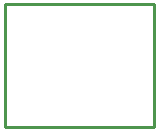
<source format=gbo>
G04*
G04 #@! TF.GenerationSoftware,Altium Limited,Altium Designer,22.1.2 (22)*
G04*
G04 Layer_Color=32896*
%FSLAX25Y25*%
%MOIN*%
G70*
G04*
G04 #@! TF.SameCoordinates,CB40C1EA-8919-4D87-B160-AD71CDEE434D*
G04*
G04*
G04 #@! TF.FilePolarity,Positive*
G04*
G01*
G75*
%ADD11C,0.01000*%
D11*
X393000Y296500D02*
Y337500D01*
Y296500D02*
X442500D01*
Y337500D01*
X393000D02*
X442500D01*
M02*

</source>
